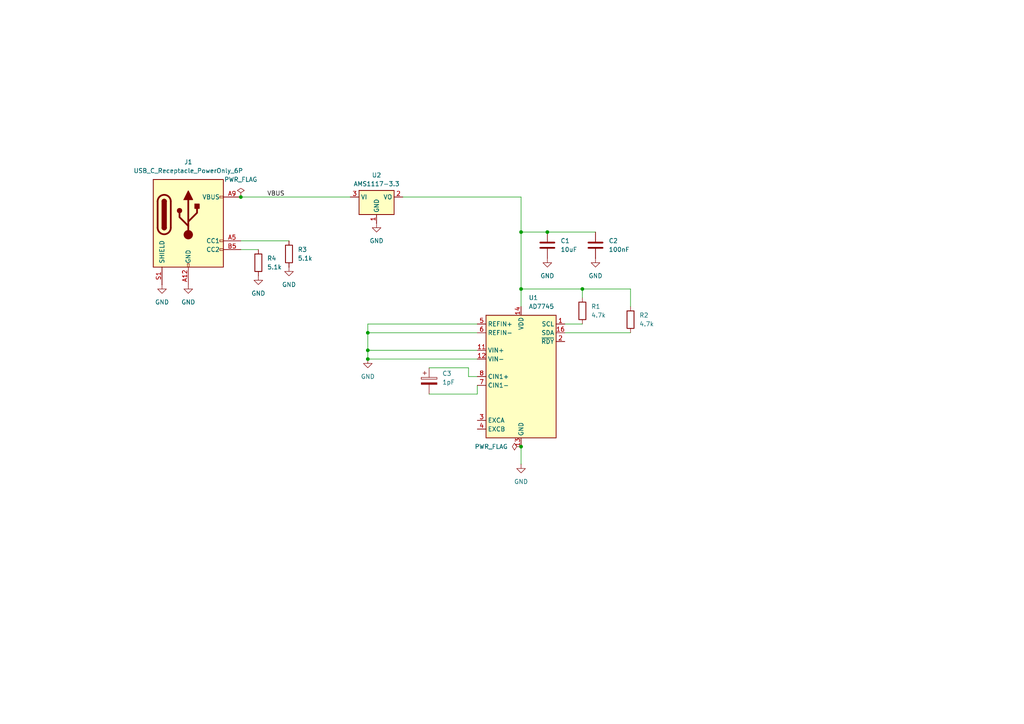
<source format=kicad_sch>
(kicad_sch
	(version 20231120)
	(generator "eeschema")
	(generator_version "8.0")
	(uuid "1873510a-ed93-426b-be10-77f750245258")
	(paper "A4")
	(lib_symbols
		(symbol "Analog_ADC:AD7745"
			(exclude_from_sim no)
			(in_bom yes)
			(on_board yes)
			(property "Reference" "U"
				(at -10.16 18.415 0)
				(effects
					(font
						(size 1.27 1.27)
					)
					(justify left bottom)
				)
			)
			(property "Value" "AD7745"
				(at 10.16 18.415 0)
				(effects
					(font
						(size 1.27 1.27)
					)
					(justify right bottom)
				)
			)
			(property "Footprint" "Package_SO:TSSOP-16_4.4x5mm_P0.65mm"
				(at 21.59 -19.05 0)
				(effects
					(font
						(size 1.27 1.27)
					)
					(hide yes)
				)
			)
			(property "Datasheet" "https://www.analog.com/media/en/technical-documentation/data-sheets/AD7745_7746.pdf"
				(at 0 0 0)
				(effects
					(font
						(size 1.27 1.27)
					)
					(hide yes)
				)
			)
			(property "Description" "24-bit capacitance-to-digital converter with temperature sensor, TSSOP-16"
				(at 0 0 0)
				(effects
					(font
						(size 1.27 1.27)
					)
					(hide yes)
				)
			)
			(property "ki_keywords" "adc cdc capacitance"
				(at 0 0 0)
				(effects
					(font
						(size 1.27 1.27)
					)
					(hide yes)
				)
			)
			(property "ki_fp_filters" "TSSOP*4.4x5mm*P0.65mm*"
				(at 0 0 0)
				(effects
					(font
						(size 1.27 1.27)
					)
					(hide yes)
				)
			)
			(symbol "AD7745_0_1"
				(rectangle
					(start -10.16 17.78)
					(end 10.16 -17.78)
					(stroke
						(width 0.254)
						(type default)
					)
					(fill
						(type background)
					)
				)
			)
			(symbol "AD7745_1_1"
				(pin input line
					(at 12.7 15.24 180)
					(length 2.54)
					(name "SCL"
						(effects
							(font
								(size 1.27 1.27)
							)
						)
					)
					(number "1"
						(effects
							(font
								(size 1.27 1.27)
							)
						)
					)
				)
				(pin no_connect line
					(at -10.16 -7.62 0)
					(length 2.54) hide
					(name "NC"
						(effects
							(font
								(size 1.27 1.27)
							)
						)
					)
					(number "10"
						(effects
							(font
								(size 1.27 1.27)
							)
						)
					)
				)
				(pin input line
					(at -12.7 7.62 0)
					(length 2.54)
					(name "VIN+"
						(effects
							(font
								(size 1.27 1.27)
							)
						)
					)
					(number "11"
						(effects
							(font
								(size 1.27 1.27)
							)
						)
					)
				)
				(pin input line
					(at -12.7 5.08 0)
					(length 2.54)
					(name "VIN-"
						(effects
							(font
								(size 1.27 1.27)
							)
						)
					)
					(number "12"
						(effects
							(font
								(size 1.27 1.27)
							)
						)
					)
				)
				(pin power_in line
					(at 0 -20.32 90)
					(length 2.54)
					(name "GND"
						(effects
							(font
								(size 1.27 1.27)
							)
						)
					)
					(number "13"
						(effects
							(font
								(size 1.27 1.27)
							)
						)
					)
				)
				(pin power_in line
					(at 0 20.32 270)
					(length 2.54)
					(name "VDD"
						(effects
							(font
								(size 1.27 1.27)
							)
						)
					)
					(number "14"
						(effects
							(font
								(size 1.27 1.27)
							)
						)
					)
				)
				(pin no_connect line
					(at 10.16 -15.24 180)
					(length 2.54) hide
					(name "NC"
						(effects
							(font
								(size 1.27 1.27)
							)
						)
					)
					(number "15"
						(effects
							(font
								(size 1.27 1.27)
							)
						)
					)
				)
				(pin bidirectional line
					(at 12.7 12.7 180)
					(length 2.54)
					(name "SDA"
						(effects
							(font
								(size 1.27 1.27)
							)
						)
					)
					(number "16"
						(effects
							(font
								(size 1.27 1.27)
							)
						)
					)
				)
				(pin output line
					(at 12.7 10.16 180)
					(length 2.54)
					(name "~{RDY}"
						(effects
							(font
								(size 1.27 1.27)
							)
						)
					)
					(number "2"
						(effects
							(font
								(size 1.27 1.27)
							)
						)
					)
				)
				(pin output line
					(at -12.7 -12.7 0)
					(length 2.54)
					(name "EXCA"
						(effects
							(font
								(size 1.27 1.27)
							)
						)
					)
					(number "3"
						(effects
							(font
								(size 1.27 1.27)
							)
						)
					)
				)
				(pin output line
					(at -12.7 -15.24 0)
					(length 2.54)
					(name "EXCB"
						(effects
							(font
								(size 1.27 1.27)
							)
						)
					)
					(number "4"
						(effects
							(font
								(size 1.27 1.27)
							)
						)
					)
				)
				(pin input line
					(at -12.7 15.24 0)
					(length 2.54)
					(name "REFIN+"
						(effects
							(font
								(size 1.27 1.27)
							)
						)
					)
					(number "5"
						(effects
							(font
								(size 1.27 1.27)
							)
						)
					)
				)
				(pin input line
					(at -12.7 12.7 0)
					(length 2.54)
					(name "REFIN-"
						(effects
							(font
								(size 1.27 1.27)
							)
						)
					)
					(number "6"
						(effects
							(font
								(size 1.27 1.27)
							)
						)
					)
				)
				(pin passive line
					(at -12.7 -2.54 0)
					(length 2.54)
					(name "CIN1-"
						(effects
							(font
								(size 1.27 1.27)
							)
						)
					)
					(number "7"
						(effects
							(font
								(size 1.27 1.27)
							)
						)
					)
				)
				(pin passive line
					(at -12.7 0 0)
					(length 2.54)
					(name "CIN1+"
						(effects
							(font
								(size 1.27 1.27)
							)
						)
					)
					(number "8"
						(effects
							(font
								(size 1.27 1.27)
							)
						)
					)
				)
				(pin no_connect line
					(at -10.16 -5.08 0)
					(length 2.54) hide
					(name "NC"
						(effects
							(font
								(size 1.27 1.27)
							)
						)
					)
					(number "9"
						(effects
							(font
								(size 1.27 1.27)
							)
						)
					)
				)
			)
		)
		(symbol "Connector:USB_C_Receptacle_PowerOnly_6P"
			(pin_names
				(offset 1.016)
			)
			(exclude_from_sim no)
			(in_bom yes)
			(on_board yes)
			(property "Reference" "J"
				(at 0 16.51 0)
				(effects
					(font
						(size 1.27 1.27)
					)
					(justify bottom)
				)
			)
			(property "Value" "USB_C_Receptacle_PowerOnly_6P"
				(at 0 13.97 0)
				(effects
					(font
						(size 1.27 1.27)
					)
					(justify bottom)
				)
			)
			(property "Footprint" ""
				(at 3.81 2.54 0)
				(effects
					(font
						(size 1.27 1.27)
					)
					(hide yes)
				)
			)
			(property "Datasheet" "https://www.usb.org/sites/default/files/documents/usb_type-c.zip"
				(at 0 0 0)
				(effects
					(font
						(size 1.27 1.27)
					)
					(hide yes)
				)
			)
			(property "Description" "USB Power-Only 6P Type-C Receptacle connector"
				(at 0 0 0)
				(effects
					(font
						(size 1.27 1.27)
					)
					(hide yes)
				)
			)
			(property "ki_keywords" "usb universal serial bus type-C power-only charging-only 6P 6C"
				(at 0 0 0)
				(effects
					(font
						(size 1.27 1.27)
					)
					(hide yes)
				)
			)
			(property "ki_fp_filters" "USB*C*Receptacle*"
				(at 0 0 0)
				(effects
					(font
						(size 1.27 1.27)
					)
					(hide yes)
				)
			)
			(symbol "USB_C_Receptacle_PowerOnly_6P_0_0"
				(rectangle
					(start -0.254 -12.7)
					(end 0.254 -11.684)
					(stroke
						(width 0)
						(type default)
					)
					(fill
						(type none)
					)
				)
				(rectangle
					(start 10.16 -7.366)
					(end 9.144 -7.874)
					(stroke
						(width 0)
						(type default)
					)
					(fill
						(type none)
					)
				)
				(rectangle
					(start 10.16 -4.826)
					(end 9.144 -5.334)
					(stroke
						(width 0)
						(type default)
					)
					(fill
						(type none)
					)
				)
				(rectangle
					(start 10.16 7.874)
					(end 9.144 7.366)
					(stroke
						(width 0)
						(type default)
					)
					(fill
						(type none)
					)
				)
			)
			(symbol "USB_C_Receptacle_PowerOnly_6P_0_1"
				(rectangle
					(start -10.16 12.7)
					(end 10.16 -12.7)
					(stroke
						(width 0.254)
						(type default)
					)
					(fill
						(type background)
					)
				)
				(arc
					(start -8.89 -1.27)
					(mid -6.985 -3.1667)
					(end -5.08 -1.27)
					(stroke
						(width 0.508)
						(type default)
					)
					(fill
						(type none)
					)
				)
				(arc
					(start -7.62 -1.27)
					(mid -6.985 -1.9023)
					(end -6.35 -1.27)
					(stroke
						(width 0.254)
						(type default)
					)
					(fill
						(type none)
					)
				)
				(arc
					(start -7.62 -1.27)
					(mid -6.985 -1.9023)
					(end -6.35 -1.27)
					(stroke
						(width 0.254)
						(type default)
					)
					(fill
						(type outline)
					)
				)
				(rectangle
					(start -7.62 -1.27)
					(end -6.35 6.35)
					(stroke
						(width 0.254)
						(type default)
					)
					(fill
						(type outline)
					)
				)
				(arc
					(start -6.35 6.35)
					(mid -6.985 6.9823)
					(end -7.62 6.35)
					(stroke
						(width 0.254)
						(type default)
					)
					(fill
						(type none)
					)
				)
				(arc
					(start -6.35 6.35)
					(mid -6.985 6.9823)
					(end -7.62 6.35)
					(stroke
						(width 0.254)
						(type default)
					)
					(fill
						(type outline)
					)
				)
				(arc
					(start -5.08 6.35)
					(mid -6.985 8.2467)
					(end -8.89 6.35)
					(stroke
						(width 0.508)
						(type default)
					)
					(fill
						(type none)
					)
				)
				(circle
					(center -2.54 3.683)
					(radius 0.635)
					(stroke
						(width 0.254)
						(type default)
					)
					(fill
						(type outline)
					)
				)
				(circle
					(center 0 -3.302)
					(radius 1.27)
					(stroke
						(width 0)
						(type default)
					)
					(fill
						(type outline)
					)
				)
				(polyline
					(pts
						(xy -8.89 -1.27) (xy -8.89 6.35)
					)
					(stroke
						(width 0.508)
						(type default)
					)
					(fill
						(type none)
					)
				)
				(polyline
					(pts
						(xy -5.08 6.35) (xy -5.08 -1.27)
					)
					(stroke
						(width 0.508)
						(type default)
					)
					(fill
						(type none)
					)
				)
				(polyline
					(pts
						(xy 0 -3.302) (xy 0 6.858)
					)
					(stroke
						(width 0.508)
						(type default)
					)
					(fill
						(type none)
					)
				)
				(polyline
					(pts
						(xy 0 -0.762) (xy -2.54 1.778) (xy -2.54 3.048)
					)
					(stroke
						(width 0.508)
						(type default)
					)
					(fill
						(type none)
					)
				)
				(polyline
					(pts
						(xy 0 0.508) (xy 2.54 3.048) (xy 2.54 4.318)
					)
					(stroke
						(width 0.508)
						(type default)
					)
					(fill
						(type none)
					)
				)
				(polyline
					(pts
						(xy -1.27 6.858) (xy 0 9.398) (xy 1.27 6.858) (xy -1.27 6.858)
					)
					(stroke
						(width 0.254)
						(type default)
					)
					(fill
						(type outline)
					)
				)
				(rectangle
					(start 1.905 4.318)
					(end 3.175 5.588)
					(stroke
						(width 0.254)
						(type default)
					)
					(fill
						(type outline)
					)
				)
			)
			(symbol "USB_C_Receptacle_PowerOnly_6P_1_1"
				(pin passive line
					(at 0 -17.78 90)
					(length 5.08)
					(name "GND"
						(effects
							(font
								(size 1.27 1.27)
							)
						)
					)
					(number "A12"
						(effects
							(font
								(size 1.27 1.27)
							)
						)
					)
				)
				(pin bidirectional line
					(at 15.24 -5.08 180)
					(length 5.08)
					(name "CC1"
						(effects
							(font
								(size 1.27 1.27)
							)
						)
					)
					(number "A5"
						(effects
							(font
								(size 1.27 1.27)
							)
						)
					)
				)
				(pin passive line
					(at 15.24 7.62 180)
					(length 5.08)
					(name "VBUS"
						(effects
							(font
								(size 1.27 1.27)
							)
						)
					)
					(number "A9"
						(effects
							(font
								(size 1.27 1.27)
							)
						)
					)
				)
				(pin passive line
					(at 0 -17.78 90)
					(length 5.08) hide
					(name "GND"
						(effects
							(font
								(size 1.27 1.27)
							)
						)
					)
					(number "B12"
						(effects
							(font
								(size 1.27 1.27)
							)
						)
					)
				)
				(pin bidirectional line
					(at 15.24 -7.62 180)
					(length 5.08)
					(name "CC2"
						(effects
							(font
								(size 1.27 1.27)
							)
						)
					)
					(number "B5"
						(effects
							(font
								(size 1.27 1.27)
							)
						)
					)
				)
				(pin passive line
					(at 15.24 7.62 180)
					(length 5.08) hide
					(name "VBUS"
						(effects
							(font
								(size 1.27 1.27)
							)
						)
					)
					(number "B9"
						(effects
							(font
								(size 1.27 1.27)
							)
						)
					)
				)
				(pin passive line
					(at -7.62 -17.78 90)
					(length 5.08)
					(name "SHIELD"
						(effects
							(font
								(size 1.27 1.27)
							)
						)
					)
					(number "S1"
						(effects
							(font
								(size 1.27 1.27)
							)
						)
					)
				)
			)
		)
		(symbol "Device:C"
			(pin_numbers hide)
			(pin_names
				(offset 0.254)
			)
			(exclude_from_sim no)
			(in_bom yes)
			(on_board yes)
			(property "Reference" "C"
				(at 0.635 2.54 0)
				(effects
					(font
						(size 1.27 1.27)
					)
					(justify left)
				)
			)
			(property "Value" "C"
				(at 0.635 -2.54 0)
				(effects
					(font
						(size 1.27 1.27)
					)
					(justify left)
				)
			)
			(property "Footprint" ""
				(at 0.9652 -3.81 0)
				(effects
					(font
						(size 1.27 1.27)
					)
					(hide yes)
				)
			)
			(property "Datasheet" "~"
				(at 0 0 0)
				(effects
					(font
						(size 1.27 1.27)
					)
					(hide yes)
				)
			)
			(property "Description" "Unpolarized capacitor"
				(at 0 0 0)
				(effects
					(font
						(size 1.27 1.27)
					)
					(hide yes)
				)
			)
			(property "ki_keywords" "cap capacitor"
				(at 0 0 0)
				(effects
					(font
						(size 1.27 1.27)
					)
					(hide yes)
				)
			)
			(property "ki_fp_filters" "C_*"
				(at 0 0 0)
				(effects
					(font
						(size 1.27 1.27)
					)
					(hide yes)
				)
			)
			(symbol "C_0_1"
				(polyline
					(pts
						(xy -2.032 -0.762) (xy 2.032 -0.762)
					)
					(stroke
						(width 0.508)
						(type default)
					)
					(fill
						(type none)
					)
				)
				(polyline
					(pts
						(xy -2.032 0.762) (xy 2.032 0.762)
					)
					(stroke
						(width 0.508)
						(type default)
					)
					(fill
						(type none)
					)
				)
			)
			(symbol "C_1_1"
				(pin passive line
					(at 0 3.81 270)
					(length 2.794)
					(name "~"
						(effects
							(font
								(size 1.27 1.27)
							)
						)
					)
					(number "1"
						(effects
							(font
								(size 1.27 1.27)
							)
						)
					)
				)
				(pin passive line
					(at 0 -3.81 90)
					(length 2.794)
					(name "~"
						(effects
							(font
								(size 1.27 1.27)
							)
						)
					)
					(number "2"
						(effects
							(font
								(size 1.27 1.27)
							)
						)
					)
				)
			)
		)
		(symbol "Device:C_Polarized"
			(pin_numbers hide)
			(pin_names
				(offset 0.254)
			)
			(exclude_from_sim no)
			(in_bom yes)
			(on_board yes)
			(property "Reference" "C"
				(at 0.635 2.54 0)
				(effects
					(font
						(size 1.27 1.27)
					)
					(justify left)
				)
			)
			(property "Value" "C_Polarized"
				(at 0.635 -2.54 0)
				(effects
					(font
						(size 1.27 1.27)
					)
					(justify left)
				)
			)
			(property "Footprint" ""
				(at 0.9652 -3.81 0)
				(effects
					(font
						(size 1.27 1.27)
					)
					(hide yes)
				)
			)
			(property "Datasheet" "~"
				(at 0 0 0)
				(effects
					(font
						(size 1.27 1.27)
					)
					(hide yes)
				)
			)
			(property "Description" "Polarized capacitor"
				(at 0 0 0)
				(effects
					(font
						(size 1.27 1.27)
					)
					(hide yes)
				)
			)
			(property "ki_keywords" "cap capacitor"
				(at 0 0 0)
				(effects
					(font
						(size 1.27 1.27)
					)
					(hide yes)
				)
			)
			(property "ki_fp_filters" "CP_*"
				(at 0 0 0)
				(effects
					(font
						(size 1.27 1.27)
					)
					(hide yes)
				)
			)
			(symbol "C_Polarized_0_1"
				(rectangle
					(start -2.286 0.508)
					(end 2.286 1.016)
					(stroke
						(width 0)
						(type default)
					)
					(fill
						(type none)
					)
				)
				(polyline
					(pts
						(xy -1.778 2.286) (xy -0.762 2.286)
					)
					(stroke
						(width 0)
						(type default)
					)
					(fill
						(type none)
					)
				)
				(polyline
					(pts
						(xy -1.27 2.794) (xy -1.27 1.778)
					)
					(stroke
						(width 0)
						(type default)
					)
					(fill
						(type none)
					)
				)
				(rectangle
					(start 2.286 -0.508)
					(end -2.286 -1.016)
					(stroke
						(width 0)
						(type default)
					)
					(fill
						(type outline)
					)
				)
			)
			(symbol "C_Polarized_1_1"
				(pin passive line
					(at 0 3.81 270)
					(length 2.794)
					(name "~"
						(effects
							(font
								(size 1.27 1.27)
							)
						)
					)
					(number "1"
						(effects
							(font
								(size 1.27 1.27)
							)
						)
					)
				)
				(pin passive line
					(at 0 -3.81 90)
					(length 2.794)
					(name "~"
						(effects
							(font
								(size 1.27 1.27)
							)
						)
					)
					(number "2"
						(effects
							(font
								(size 1.27 1.27)
							)
						)
					)
				)
			)
		)
		(symbol "Device:R"
			(pin_numbers hide)
			(pin_names
				(offset 0)
			)
			(exclude_from_sim no)
			(in_bom yes)
			(on_board yes)
			(property "Reference" "R"
				(at 2.032 0 90)
				(effects
					(font
						(size 1.27 1.27)
					)
				)
			)
			(property "Value" "R"
				(at 0 0 90)
				(effects
					(font
						(size 1.27 1.27)
					)
				)
			)
			(property "Footprint" ""
				(at -1.778 0 90)
				(effects
					(font
						(size 1.27 1.27)
					)
					(hide yes)
				)
			)
			(property "Datasheet" "~"
				(at 0 0 0)
				(effects
					(font
						(size 1.27 1.27)
					)
					(hide yes)
				)
			)
			(property "Description" "Resistor"
				(at 0 0 0)
				(effects
					(font
						(size 1.27 1.27)
					)
					(hide yes)
				)
			)
			(property "ki_keywords" "R res resistor"
				(at 0 0 0)
				(effects
					(font
						(size 1.27 1.27)
					)
					(hide yes)
				)
			)
			(property "ki_fp_filters" "R_*"
				(at 0 0 0)
				(effects
					(font
						(size 1.27 1.27)
					)
					(hide yes)
				)
			)
			(symbol "R_0_1"
				(rectangle
					(start -1.016 -2.54)
					(end 1.016 2.54)
					(stroke
						(width 0.254)
						(type default)
					)
					(fill
						(type none)
					)
				)
			)
			(symbol "R_1_1"
				(pin passive line
					(at 0 3.81 270)
					(length 1.27)
					(name "~"
						(effects
							(font
								(size 1.27 1.27)
							)
						)
					)
					(number "1"
						(effects
							(font
								(size 1.27 1.27)
							)
						)
					)
				)
				(pin passive line
					(at 0 -3.81 90)
					(length 1.27)
					(name "~"
						(effects
							(font
								(size 1.27 1.27)
							)
						)
					)
					(number "2"
						(effects
							(font
								(size 1.27 1.27)
							)
						)
					)
				)
			)
		)
		(symbol "Regulator_Linear:AMS1117-3.3"
			(exclude_from_sim no)
			(in_bom yes)
			(on_board yes)
			(property "Reference" "U"
				(at -3.81 3.175 0)
				(effects
					(font
						(size 1.27 1.27)
					)
				)
			)
			(property "Value" "AMS1117-3.3"
				(at 0 3.175 0)
				(effects
					(font
						(size 1.27 1.27)
					)
					(justify left)
				)
			)
			(property "Footprint" "Package_TO_SOT_SMD:SOT-223-3_TabPin2"
				(at 0 5.08 0)
				(effects
					(font
						(size 1.27 1.27)
					)
					(hide yes)
				)
			)
			(property "Datasheet" "http://www.advanced-monolithic.com/pdf/ds1117.pdf"
				(at 2.54 -6.35 0)
				(effects
					(font
						(size 1.27 1.27)
					)
					(hide yes)
				)
			)
			(property "Description" "1A Low Dropout regulator, positive, 3.3V fixed output, SOT-223"
				(at 0 0 0)
				(effects
					(font
						(size 1.27 1.27)
					)
					(hide yes)
				)
			)
			(property "ki_keywords" "linear regulator ldo fixed positive"
				(at 0 0 0)
				(effects
					(font
						(size 1.27 1.27)
					)
					(hide yes)
				)
			)
			(property "ki_fp_filters" "SOT?223*TabPin2*"
				(at 0 0 0)
				(effects
					(font
						(size 1.27 1.27)
					)
					(hide yes)
				)
			)
			(symbol "AMS1117-3.3_0_1"
				(rectangle
					(start -5.08 -5.08)
					(end 5.08 1.905)
					(stroke
						(width 0.254)
						(type default)
					)
					(fill
						(type background)
					)
				)
			)
			(symbol "AMS1117-3.3_1_1"
				(pin power_in line
					(at 0 -7.62 90)
					(length 2.54)
					(name "GND"
						(effects
							(font
								(size 1.27 1.27)
							)
						)
					)
					(number "1"
						(effects
							(font
								(size 1.27 1.27)
							)
						)
					)
				)
				(pin power_out line
					(at 7.62 0 180)
					(length 2.54)
					(name "VO"
						(effects
							(font
								(size 1.27 1.27)
							)
						)
					)
					(number "2"
						(effects
							(font
								(size 1.27 1.27)
							)
						)
					)
				)
				(pin power_in line
					(at -7.62 0 0)
					(length 2.54)
					(name "VI"
						(effects
							(font
								(size 1.27 1.27)
							)
						)
					)
					(number "3"
						(effects
							(font
								(size 1.27 1.27)
							)
						)
					)
				)
			)
		)
		(symbol "power:GND"
			(power)
			(pin_numbers hide)
			(pin_names
				(offset 0) hide)
			(exclude_from_sim no)
			(in_bom yes)
			(on_board yes)
			(property "Reference" "#PWR"
				(at 0 -6.35 0)
				(effects
					(font
						(size 1.27 1.27)
					)
					(hide yes)
				)
			)
			(property "Value" "GND"
				(at 0 -3.81 0)
				(effects
					(font
						(size 1.27 1.27)
					)
				)
			)
			(property "Footprint" ""
				(at 0 0 0)
				(effects
					(font
						(size 1.27 1.27)
					)
					(hide yes)
				)
			)
			(property "Datasheet" ""
				(at 0 0 0)
				(effects
					(font
						(size 1.27 1.27)
					)
					(hide yes)
				)
			)
			(property "Description" "Power symbol creates a global label with name \"GND\" , ground"
				(at 0 0 0)
				(effects
					(font
						(size 1.27 1.27)
					)
					(hide yes)
				)
			)
			(property "ki_keywords" "global power"
				(at 0 0 0)
				(effects
					(font
						(size 1.27 1.27)
					)
					(hide yes)
				)
			)
			(symbol "GND_0_1"
				(polyline
					(pts
						(xy 0 0) (xy 0 -1.27) (xy 1.27 -1.27) (xy 0 -2.54) (xy -1.27 -1.27) (xy 0 -1.27)
					)
					(stroke
						(width 0)
						(type default)
					)
					(fill
						(type none)
					)
				)
			)
			(symbol "GND_1_1"
				(pin power_in line
					(at 0 0 270)
					(length 0)
					(name "~"
						(effects
							(font
								(size 1.27 1.27)
							)
						)
					)
					(number "1"
						(effects
							(font
								(size 1.27 1.27)
							)
						)
					)
				)
			)
		)
		(symbol "power:PWR_FLAG"
			(power)
			(pin_numbers hide)
			(pin_names
				(offset 0) hide)
			(exclude_from_sim no)
			(in_bom yes)
			(on_board yes)
			(property "Reference" "#FLG"
				(at 0 1.905 0)
				(effects
					(font
						(size 1.27 1.27)
					)
					(hide yes)
				)
			)
			(property "Value" "PWR_FLAG"
				(at 0 3.81 0)
				(effects
					(font
						(size 1.27 1.27)
					)
				)
			)
			(property "Footprint" ""
				(at 0 0 0)
				(effects
					(font
						(size 1.27 1.27)
					)
					(hide yes)
				)
			)
			(property "Datasheet" "~"
				(at 0 0 0)
				(effects
					(font
						(size 1.27 1.27)
					)
					(hide yes)
				)
			)
			(property "Description" "Special symbol for telling ERC where power comes from"
				(at 0 0 0)
				(effects
					(font
						(size 1.27 1.27)
					)
					(hide yes)
				)
			)
			(property "ki_keywords" "flag power"
				(at 0 0 0)
				(effects
					(font
						(size 1.27 1.27)
					)
					(hide yes)
				)
			)
			(symbol "PWR_FLAG_0_0"
				(pin power_out line
					(at 0 0 90)
					(length 0)
					(name "~"
						(effects
							(font
								(size 1.27 1.27)
							)
						)
					)
					(number "1"
						(effects
							(font
								(size 1.27 1.27)
							)
						)
					)
				)
			)
			(symbol "PWR_FLAG_0_1"
				(polyline
					(pts
						(xy 0 0) (xy 0 1.27) (xy -1.016 1.905) (xy 0 2.54) (xy 1.016 1.905) (xy 0 1.27)
					)
					(stroke
						(width 0)
						(type default)
					)
					(fill
						(type none)
					)
				)
			)
		)
	)
	(junction
		(at 106.68 104.14)
		(diameter 0)
		(color 0 0 0 0)
		(uuid "0507876b-416b-4dc3-9c06-01f4d0d12df5")
	)
	(junction
		(at 69.85 57.15)
		(diameter 0)
		(color 0 0 0 0)
		(uuid "2265bf47-86d1-48a0-a9ff-684244556c93")
	)
	(junction
		(at 151.13 129.54)
		(diameter 0)
		(color 0 0 0 0)
		(uuid "46dbdc1f-6295-4973-82e8-99499cea9cf4")
	)
	(junction
		(at 106.68 96.52)
		(diameter 0)
		(color 0 0 0 0)
		(uuid "66031d25-e7f6-4ef2-9bcb-12285a554880")
	)
	(junction
		(at 168.91 83.82)
		(diameter 0)
		(color 0 0 0 0)
		(uuid "9949887b-f541-4c5c-8eca-0558996e4b11")
	)
	(junction
		(at 158.75 67.31)
		(diameter 0)
		(color 0 0 0 0)
		(uuid "99f05d2a-da5b-4d76-897f-6a0118439fb0")
	)
	(junction
		(at 151.13 67.31)
		(diameter 0)
		(color 0 0 0 0)
		(uuid "c0083526-44d2-4a69-bbf9-2e857f105efc")
	)
	(junction
		(at 106.68 101.6)
		(diameter 0)
		(color 0 0 0 0)
		(uuid "e0d81864-fbb5-4656-90c2-62605c389525")
	)
	(junction
		(at 151.13 83.82)
		(diameter 0)
		(color 0 0 0 0)
		(uuid "f98c0cde-97db-41f2-9cbb-ae74b5ab3d0c")
	)
	(wire
		(pts
			(xy 182.88 83.82) (xy 168.91 83.82)
		)
		(stroke
			(width 0)
			(type default)
		)
		(uuid "14b8207a-999b-4eda-92a3-73f3564ebe0e")
	)
	(wire
		(pts
			(xy 106.68 101.6) (xy 106.68 104.14)
		)
		(stroke
			(width 0)
			(type default)
		)
		(uuid "1da36ca8-4704-484a-b3ab-7651c1d2cff8")
	)
	(wire
		(pts
			(xy 151.13 134.62) (xy 151.13 129.54)
		)
		(stroke
			(width 0)
			(type default)
		)
		(uuid "3474bb9b-8c72-46e3-838a-11435ede5eae")
	)
	(wire
		(pts
			(xy 69.85 72.39) (xy 74.93 72.39)
		)
		(stroke
			(width 0)
			(type default)
		)
		(uuid "4002c7aa-a606-4abb-b7b6-e19a77d6c243")
	)
	(wire
		(pts
			(xy 182.88 88.9) (xy 182.88 83.82)
		)
		(stroke
			(width 0)
			(type default)
		)
		(uuid "4f5d487a-cd56-4fbc-a5b2-35b4089fd528")
	)
	(wire
		(pts
			(xy 151.13 67.31) (xy 151.13 83.82)
		)
		(stroke
			(width 0)
			(type default)
		)
		(uuid "55fe7704-b79d-42a5-946e-40febba11118")
	)
	(wire
		(pts
			(xy 135.89 106.68) (xy 135.89 109.22)
		)
		(stroke
			(width 0)
			(type default)
		)
		(uuid "5f57826f-32f7-4b04-8f0b-b558fc01a889")
	)
	(wire
		(pts
			(xy 151.13 57.15) (xy 151.13 67.31)
		)
		(stroke
			(width 0)
			(type default)
		)
		(uuid "6e11204c-a66d-45f7-87d1-ee3ba557154a")
	)
	(wire
		(pts
			(xy 151.13 83.82) (xy 151.13 88.9)
		)
		(stroke
			(width 0)
			(type default)
		)
		(uuid "800dd6f0-0bd9-44b4-8258-5e466b4f6513")
	)
	(wire
		(pts
			(xy 116.84 57.15) (xy 151.13 57.15)
		)
		(stroke
			(width 0)
			(type default)
		)
		(uuid "852d4149-1d1d-4426-9b0c-fe0a4934cdd7")
	)
	(wire
		(pts
			(xy 151.13 67.31) (xy 158.75 67.31)
		)
		(stroke
			(width 0)
			(type default)
		)
		(uuid "87f09ebf-f914-40ff-ad83-c1ed36468718")
	)
	(wire
		(pts
			(xy 163.83 93.98) (xy 168.91 93.98)
		)
		(stroke
			(width 0)
			(type default)
		)
		(uuid "a12efa8e-a05a-4d49-87de-127be4c303fe")
	)
	(wire
		(pts
			(xy 163.83 96.52) (xy 182.88 96.52)
		)
		(stroke
			(width 0)
			(type default)
		)
		(uuid "a6e14a6f-6c44-43dd-aecf-29c2aa4aed79")
	)
	(wire
		(pts
			(xy 135.89 106.68) (xy 124.46 106.68)
		)
		(stroke
			(width 0)
			(type default)
		)
		(uuid "aefed57e-c527-45c4-aa50-57d42db4f2ee")
	)
	(wire
		(pts
			(xy 168.91 83.82) (xy 151.13 83.82)
		)
		(stroke
			(width 0)
			(type default)
		)
		(uuid "b31a4cb3-72c6-401f-bd69-21961c2066ed")
	)
	(wire
		(pts
			(xy 69.85 57.15) (xy 101.6 57.15)
		)
		(stroke
			(width 0)
			(type default)
		)
		(uuid "b43bed9a-cee9-4dbd-9184-d101003c7183")
	)
	(wire
		(pts
			(xy 106.68 96.52) (xy 138.43 96.52)
		)
		(stroke
			(width 0)
			(type default)
		)
		(uuid "bce88bf8-5988-4fa9-9879-eee7b8c1f52b")
	)
	(wire
		(pts
			(xy 168.91 86.36) (xy 168.91 83.82)
		)
		(stroke
			(width 0)
			(type default)
		)
		(uuid "cf4597a6-c1a8-4058-9331-1afff3e95ff0")
	)
	(wire
		(pts
			(xy 106.68 93.98) (xy 106.68 96.52)
		)
		(stroke
			(width 0)
			(type default)
		)
		(uuid "d49c0d7d-e979-4a78-bd62-5ed14b136263")
	)
	(wire
		(pts
			(xy 158.75 67.31) (xy 172.72 67.31)
		)
		(stroke
			(width 0)
			(type default)
		)
		(uuid "d705479f-e653-471d-a345-e0e992e1c471")
	)
	(wire
		(pts
			(xy 138.43 109.22) (xy 135.89 109.22)
		)
		(stroke
			(width 0)
			(type default)
		)
		(uuid "e7c0984e-fde8-4db2-ba2a-627fcbced4d8")
	)
	(wire
		(pts
			(xy 124.46 114.3) (xy 138.43 114.3)
		)
		(stroke
			(width 0)
			(type default)
		)
		(uuid "ed9a09b6-8bbe-4811-9e25-689b1d40ad78")
	)
	(wire
		(pts
			(xy 138.43 114.3) (xy 138.43 111.76)
		)
		(stroke
			(width 0)
			(type default)
		)
		(uuid "f0fca085-86fd-4df1-930b-41c85721668a")
	)
	(wire
		(pts
			(xy 106.68 104.14) (xy 138.43 104.14)
		)
		(stroke
			(width 0)
			(type default)
		)
		(uuid "f2b083ed-bb06-4d52-ad68-a254eb1af787")
	)
	(wire
		(pts
			(xy 106.68 96.52) (xy 106.68 101.6)
		)
		(stroke
			(width 0)
			(type default)
		)
		(uuid "f65eec69-1a6f-4247-b691-f04a7f8d91c6")
	)
	(wire
		(pts
			(xy 83.82 69.85) (xy 69.85 69.85)
		)
		(stroke
			(width 0)
			(type default)
		)
		(uuid "f8c460c2-a986-4d4d-8644-0aed080b3364")
	)
	(wire
		(pts
			(xy 138.43 93.98) (xy 106.68 93.98)
		)
		(stroke
			(width 0)
			(type default)
		)
		(uuid "fac66615-e1e5-4982-aacc-eb812fabd428")
	)
	(wire
		(pts
			(xy 138.43 101.6) (xy 106.68 101.6)
		)
		(stroke
			(width 0)
			(type default)
		)
		(uuid "ff976eba-7cdc-4ee4-8aea-6d72f71b3aa1")
	)
	(label "VBUS"
		(at 77.47 57.15 0)
		(fields_autoplaced yes)
		(effects
			(font
				(size 1.27 1.27)
			)
			(justify left bottom)
		)
		(uuid "efff3edb-4fde-4fde-90f5-fba5ae36abe2")
	)
	(symbol
		(lib_id "power:PWR_FLAG")
		(at 151.13 129.54 90)
		(unit 1)
		(exclude_from_sim no)
		(in_bom yes)
		(on_board yes)
		(dnp no)
		(fields_autoplaced yes)
		(uuid "0449cb67-7adf-4e1d-b260-687a300b4ef9")
		(property "Reference" "#FLG02"
			(at 149.225 129.54 0)
			(effects
				(font
					(size 1.27 1.27)
				)
				(hide yes)
			)
		)
		(property "Value" "PWR_FLAG"
			(at 147.32 129.5399 90)
			(effects
				(font
					(size 1.27 1.27)
				)
				(justify left)
			)
		)
		(property "Footprint" ""
			(at 151.13 129.54 0)
			(effects
				(font
					(size 1.27 1.27)
				)
				(hide yes)
			)
		)
		(property "Datasheet" "~"
			(at 151.13 129.54 0)
			(effects
				(font
					(size 1.27 1.27)
				)
				(hide yes)
			)
		)
		(property "Description" "Special symbol for telling ERC where power comes from"
			(at 151.13 129.54 0)
			(effects
				(font
					(size 1.27 1.27)
				)
				(hide yes)
			)
		)
		(pin "1"
			(uuid "b81d9b00-8613-4e4b-9836-b13c29a34ced")
		)
		(instances
			(project ""
				(path "/1873510a-ed93-426b-be10-77f750245258"
					(reference "#FLG02")
					(unit 1)
				)
			)
		)
	)
	(symbol
		(lib_id "power:GND")
		(at 109.22 64.77 0)
		(unit 1)
		(exclude_from_sim no)
		(in_bom yes)
		(on_board yes)
		(dnp no)
		(fields_autoplaced yes)
		(uuid "076b31e7-5bf6-4a76-ba45-8d7c15a5afc6")
		(property "Reference" "#PWR03"
			(at 109.22 71.12 0)
			(effects
				(font
					(size 1.27 1.27)
				)
				(hide yes)
			)
		)
		(property "Value" "GND"
			(at 109.22 69.85 0)
			(effects
				(font
					(size 1.27 1.27)
				)
			)
		)
		(property "Footprint" ""
			(at 109.22 64.77 0)
			(effects
				(font
					(size 1.27 1.27)
				)
				(hide yes)
			)
		)
		(property "Datasheet" ""
			(at 109.22 64.77 0)
			(effects
				(font
					(size 1.27 1.27)
				)
				(hide yes)
			)
		)
		(property "Description" "Power symbol creates a global label with name \"GND\" , ground"
			(at 109.22 64.77 0)
			(effects
				(font
					(size 1.27 1.27)
				)
				(hide yes)
			)
		)
		(pin "1"
			(uuid "2c222996-fd33-487d-a647-a94674160dfd")
		)
		(instances
			(project ""
				(path "/1873510a-ed93-426b-be10-77f750245258"
					(reference "#PWR03")
					(unit 1)
				)
			)
		)
	)
	(symbol
		(lib_id "Device:C_Polarized")
		(at 124.46 110.49 0)
		(unit 1)
		(exclude_from_sim no)
		(in_bom yes)
		(on_board yes)
		(dnp no)
		(fields_autoplaced yes)
		(uuid "12fd7c1c-a710-4465-95bb-937b39afb7f1")
		(property "Reference" "C3"
			(at 128.27 108.3309 0)
			(effects
				(font
					(size 1.27 1.27)
				)
				(justify left)
			)
		)
		(property "Value" "1pF"
			(at 128.27 110.8709 0)
			(effects
				(font
					(size 1.27 1.27)
				)
				(justify left)
			)
		)
		(property "Footprint" "Capacitor_SMD:C_1206_3216Metric"
			(at 125.4252 114.3 0)
			(effects
				(font
					(size 1.27 1.27)
				)
				(hide yes)
			)
		)
		(property "Datasheet" "~"
			(at 124.46 110.49 0)
			(effects
				(font
					(size 1.27 1.27)
				)
				(hide yes)
			)
		)
		(property "Description" "Polarized capacitor"
			(at 124.46 110.49 0)
			(effects
				(font
					(size 1.27 1.27)
				)
				(hide yes)
			)
		)
		(pin "2"
			(uuid "1c6f2cd0-dc45-49e3-9ba3-640e3fc2b59a")
		)
		(pin "1"
			(uuid "7b8da8e1-b9f4-4fdd-ba96-ab893b493440")
		)
		(instances
			(project ""
				(path "/1873510a-ed93-426b-be10-77f750245258"
					(reference "C3")
					(unit 1)
				)
			)
		)
	)
	(symbol
		(lib_id "Device:R")
		(at 83.82 73.66 0)
		(unit 1)
		(exclude_from_sim no)
		(in_bom yes)
		(on_board yes)
		(dnp no)
		(fields_autoplaced yes)
		(uuid "1f8220d3-1f4e-44d5-88be-0a16aa415a6e")
		(property "Reference" "R3"
			(at 86.36 72.3899 0)
			(effects
				(font
					(size 1.27 1.27)
				)
				(justify left)
			)
		)
		(property "Value" "5.1k"
			(at 86.36 74.9299 0)
			(effects
				(font
					(size 1.27 1.27)
				)
				(justify left)
			)
		)
		(property "Footprint" "Resistor_SMD:R_0603_1608Metric"
			(at 82.042 73.66 90)
			(effects
				(font
					(size 1.27 1.27)
				)
				(hide yes)
			)
		)
		(property "Datasheet" "~"
			(at 83.82 73.66 0)
			(effects
				(font
					(size 1.27 1.27)
				)
				(hide yes)
			)
		)
		(property "Description" "Resistor"
			(at 83.82 73.66 0)
			(effects
				(font
					(size 1.27 1.27)
				)
				(hide yes)
			)
		)
		(pin "2"
			(uuid "34769e63-cc3e-42e7-818e-1b36adb04bd3")
		)
		(pin "1"
			(uuid "5f22270d-7c99-44a7-bcce-52df2a955cc0")
		)
		(instances
			(project ""
				(path "/1873510a-ed93-426b-be10-77f750245258"
					(reference "R3")
					(unit 1)
				)
			)
		)
	)
	(symbol
		(lib_id "Device:R")
		(at 74.93 76.2 0)
		(unit 1)
		(exclude_from_sim no)
		(in_bom yes)
		(on_board yes)
		(dnp no)
		(fields_autoplaced yes)
		(uuid "30552e71-894b-41fa-bca1-dace91547415")
		(property "Reference" "R4"
			(at 77.47 74.9299 0)
			(effects
				(font
					(size 1.27 1.27)
				)
				(justify left)
			)
		)
		(property "Value" "5.1k"
			(at 77.47 77.4699 0)
			(effects
				(font
					(size 1.27 1.27)
				)
				(justify left)
			)
		)
		(property "Footprint" "Resistor_SMD:R_0603_1608Metric"
			(at 73.152 76.2 90)
			(effects
				(font
					(size 1.27 1.27)
				)
				(hide yes)
			)
		)
		(property "Datasheet" "~"
			(at 74.93 76.2 0)
			(effects
				(font
					(size 1.27 1.27)
				)
				(hide yes)
			)
		)
		(property "Description" "Resistor"
			(at 74.93 76.2 0)
			(effects
				(font
					(size 1.27 1.27)
				)
				(hide yes)
			)
		)
		(pin "2"
			(uuid "4e4968e6-3efb-4c52-9a88-860bc3565e32")
		)
		(pin "1"
			(uuid "3ecf0285-0601-4b99-8adb-d2e8827e7598")
		)
		(instances
			(project "electronica_sensing_liquid"
				(path "/1873510a-ed93-426b-be10-77f750245258"
					(reference "R4")
					(unit 1)
				)
			)
		)
	)
	(symbol
		(lib_id "Connector:USB_C_Receptacle_PowerOnly_6P")
		(at 54.61 64.77 0)
		(unit 1)
		(exclude_from_sim no)
		(in_bom yes)
		(on_board yes)
		(dnp no)
		(fields_autoplaced yes)
		(uuid "47be0f88-1566-4b11-a507-5c76bc4d7f82")
		(property "Reference" "J1"
			(at 54.61 46.99 0)
			(effects
				(font
					(size 1.27 1.27)
				)
			)
		)
		(property "Value" "USB_C_Receptacle_PowerOnly_6P"
			(at 54.61 49.53 0)
			(effects
				(font
					(size 1.27 1.27)
				)
			)
		)
		(property "Footprint" "Connector_USB:USB_C_Receptacle_GCT_USB4125-xx-x-0190_6P_TopMnt_Horizontal"
			(at 58.42 62.23 0)
			(effects
				(font
					(size 1.27 1.27)
				)
				(hide yes)
			)
		)
		(property "Datasheet" "https://www.usb.org/sites/default/files/documents/usb_type-c.zip"
			(at 54.61 64.77 0)
			(effects
				(font
					(size 1.27 1.27)
				)
				(hide yes)
			)
		)
		(property "Description" "USB Power-Only 6P Type-C Receptacle connector"
			(at 54.61 64.77 0)
			(effects
				(font
					(size 1.27 1.27)
				)
				(hide yes)
			)
		)
		(pin "B9"
			(uuid "4bab36f5-6fa0-4cc1-8db5-3ff7daeb3dd0")
		)
		(pin "A5"
			(uuid "4dbe2fa7-d532-4f3d-b96d-95ff0eab972c")
		)
		(pin "S1"
			(uuid "947748ca-41bc-4386-bc46-aa25b2c5e73c")
		)
		(pin "B5"
			(uuid "1475845e-f038-4810-a71b-c1945e70fdbf")
		)
		(pin "A9"
			(uuid "fb20ba46-6775-4990-ad3b-1f31198e6f9b")
		)
		(pin "B12"
			(uuid "6834f732-0524-4430-a6a4-3240b11dd5b3")
		)
		(pin "A12"
			(uuid "c49cedc0-e3b9-4301-9541-fdab4f6291b2")
		)
		(instances
			(project ""
				(path "/1873510a-ed93-426b-be10-77f750245258"
					(reference "J1")
					(unit 1)
				)
			)
		)
	)
	(symbol
		(lib_id "power:GND")
		(at 83.82 77.47 0)
		(unit 1)
		(exclude_from_sim no)
		(in_bom yes)
		(on_board yes)
		(dnp no)
		(fields_autoplaced yes)
		(uuid "4a82b94c-5e7b-4ce3-a8aa-d1044fbe07f4")
		(property "Reference" "#PWR07"
			(at 83.82 83.82 0)
			(effects
				(font
					(size 1.27 1.27)
				)
				(hide yes)
			)
		)
		(property "Value" "GND"
			(at 83.82 82.55 0)
			(effects
				(font
					(size 1.27 1.27)
				)
			)
		)
		(property "Footprint" ""
			(at 83.82 77.47 0)
			(effects
				(font
					(size 1.27 1.27)
				)
				(hide yes)
			)
		)
		(property "Datasheet" ""
			(at 83.82 77.47 0)
			(effects
				(font
					(size 1.27 1.27)
				)
				(hide yes)
			)
		)
		(property "Description" "Power symbol creates a global label with name \"GND\" , ground"
			(at 83.82 77.47 0)
			(effects
				(font
					(size 1.27 1.27)
				)
				(hide yes)
			)
		)
		(pin "1"
			(uuid "fcceeb15-a58a-4cce-83c1-fa01259e6573")
		)
		(instances
			(project "electronica_sensing_liquid"
				(path "/1873510a-ed93-426b-be10-77f750245258"
					(reference "#PWR07")
					(unit 1)
				)
			)
		)
	)
	(symbol
		(lib_id "power:PWR_FLAG")
		(at 69.85 57.15 0)
		(unit 1)
		(exclude_from_sim no)
		(in_bom yes)
		(on_board yes)
		(dnp no)
		(fields_autoplaced yes)
		(uuid "4c67f27c-146c-4209-8cb1-03d0372844eb")
		(property "Reference" "#FLG01"
			(at 69.85 55.245 0)
			(effects
				(font
					(size 1.27 1.27)
				)
				(hide yes)
			)
		)
		(property "Value" "PWR_FLAG"
			(at 69.85 52.07 0)
			(effects
				(font
					(size 1.27 1.27)
				)
			)
		)
		(property "Footprint" ""
			(at 69.85 57.15 0)
			(effects
				(font
					(size 1.27 1.27)
				)
				(hide yes)
			)
		)
		(property "Datasheet" "~"
			(at 69.85 57.15 0)
			(effects
				(font
					(size 1.27 1.27)
				)
				(hide yes)
			)
		)
		(property "Description" "Special symbol for telling ERC where power comes from"
			(at 69.85 57.15 0)
			(effects
				(font
					(size 1.27 1.27)
				)
				(hide yes)
			)
		)
		(pin "1"
			(uuid "d4f74459-0e0d-442a-8a57-66b139ffe510")
		)
		(instances
			(project ""
				(path "/1873510a-ed93-426b-be10-77f750245258"
					(reference "#FLG01")
					(unit 1)
				)
			)
		)
	)
	(symbol
		(lib_id "power:GND")
		(at 172.72 74.93 0)
		(unit 1)
		(exclude_from_sim no)
		(in_bom yes)
		(on_board yes)
		(dnp no)
		(fields_autoplaced yes)
		(uuid "55ae9d13-4f98-47b4-9ef1-36a84b88faf5")
		(property "Reference" "#PWR05"
			(at 172.72 81.28 0)
			(effects
				(font
					(size 1.27 1.27)
				)
				(hide yes)
			)
		)
		(property "Value" "GND"
			(at 172.72 80.01 0)
			(effects
				(font
					(size 1.27 1.27)
				)
			)
		)
		(property "Footprint" ""
			(at 172.72 74.93 0)
			(effects
				(font
					(size 1.27 1.27)
				)
				(hide yes)
			)
		)
		(property "Datasheet" ""
			(at 172.72 74.93 0)
			(effects
				(font
					(size 1.27 1.27)
				)
				(hide yes)
			)
		)
		(property "Description" "Power symbol creates a global label with name \"GND\" , ground"
			(at 172.72 74.93 0)
			(effects
				(font
					(size 1.27 1.27)
				)
				(hide yes)
			)
		)
		(pin "1"
			(uuid "8cdb3db9-3274-42eb-aea3-3f31e845732b")
		)
		(instances
			(project "electronica_sensing_liquid"
				(path "/1873510a-ed93-426b-be10-77f750245258"
					(reference "#PWR05")
					(unit 1)
				)
			)
		)
	)
	(symbol
		(lib_id "Device:C")
		(at 172.72 71.12 0)
		(unit 1)
		(exclude_from_sim no)
		(in_bom yes)
		(on_board yes)
		(dnp no)
		(fields_autoplaced yes)
		(uuid "8225f641-f1fb-47aa-bd87-19cb32a2c401")
		(property "Reference" "C2"
			(at 176.53 69.8499 0)
			(effects
				(font
					(size 1.27 1.27)
				)
				(justify left)
			)
		)
		(property "Value" "100nF"
			(at 176.53 72.3899 0)
			(effects
				(font
					(size 1.27 1.27)
				)
				(justify left)
			)
		)
		(property "Footprint" "Capacitor_SMD:C_0603_1608Metric"
			(at 173.6852 74.93 0)
			(effects
				(font
					(size 1.27 1.27)
				)
				(hide yes)
			)
		)
		(property "Datasheet" "~"
			(at 172.72 71.12 0)
			(effects
				(font
					(size 1.27 1.27)
				)
				(hide yes)
			)
		)
		(property "Description" "Unpolarized capacitor"
			(at 172.72 71.12 0)
			(effects
				(font
					(size 1.27 1.27)
				)
				(hide yes)
			)
		)
		(pin "2"
			(uuid "961183d2-914f-4ade-bf27-3a2d2968b064")
		)
		(pin "1"
			(uuid "c570836c-9df8-4548-8c7d-fddb0ae79b20")
		)
		(instances
			(project "electronica_sensing_liquid"
				(path "/1873510a-ed93-426b-be10-77f750245258"
					(reference "C2")
					(unit 1)
				)
			)
		)
	)
	(symbol
		(lib_id "Analog_ADC:AD7745")
		(at 151.13 109.22 0)
		(unit 1)
		(exclude_from_sim no)
		(in_bom yes)
		(on_board yes)
		(dnp no)
		(fields_autoplaced yes)
		(uuid "943fda37-ef17-4361-bdb3-7dd62f174872")
		(property "Reference" "U1"
			(at 153.3241 86.36 0)
			(effects
				(font
					(size 1.27 1.27)
				)
				(justify left)
			)
		)
		(property "Value" "AD7745"
			(at 153.3241 88.9 0)
			(effects
				(font
					(size 1.27 1.27)
				)
				(justify left)
			)
		)
		(property "Footprint" "Package_SO:TSSOP-16_4.4x5mm_P0.65mm"
			(at 172.72 128.27 0)
			(effects
				(font
					(size 1.27 1.27)
				)
				(hide yes)
			)
		)
		(property "Datasheet" "https://www.analog.com/media/en/technical-documentation/data-sheets/AD7745_7746.pdf"
			(at 151.13 109.22 0)
			(effects
				(font
					(size 1.27 1.27)
				)
				(hide yes)
			)
		)
		(property "Description" "24-bit capacitance-to-digital converter with temperature sensor, TSSOP-16"
			(at 151.13 109.22 0)
			(effects
				(font
					(size 1.27 1.27)
				)
				(hide yes)
			)
		)
		(pin "7"
			(uuid "e3934ae3-3180-4e1b-b867-13511240853a")
		)
		(pin "12"
			(uuid "7871732b-55a2-4d19-a1d4-1386ef64e799")
		)
		(pin "3"
			(uuid "ea983f13-66a7-4006-9ab4-73a4ed5c3c21")
		)
		(pin "14"
			(uuid "ce8d023f-9ac9-4e95-9a34-f09fcf6dd69f")
		)
		(pin "4"
			(uuid "f788dc7e-79e4-4d86-bc8e-90a25c24cd1a")
		)
		(pin "9"
			(uuid "dfa02fb6-c6fd-4cbf-b418-9fffe13506c1")
		)
		(pin "1"
			(uuid "62b5a71b-6e6c-473a-b511-c7fea5ca484e")
		)
		(pin "15"
			(uuid "4844891f-c9b3-4b4f-b3db-244386fc0272")
		)
		(pin "6"
			(uuid "7f90b503-8218-4689-bb39-7c6dba1d616d")
		)
		(pin "10"
			(uuid "ddc4bf63-858e-410b-8dac-49488567adde")
		)
		(pin "2"
			(uuid "e530b341-39b1-4f7d-98da-aec23b18b00c")
		)
		(pin "5"
			(uuid "f02d9b4f-cd61-405b-92f5-5b366e64ac51")
		)
		(pin "8"
			(uuid "f8972cdd-a35d-4df8-91cb-918714145aff")
		)
		(pin "13"
			(uuid "033a54cb-98bb-4837-a192-a0cc1fb2ee36")
		)
		(pin "11"
			(uuid "e7934f17-f3ba-4c07-8042-6263eef25dbe")
		)
		(pin "16"
			(uuid "43cd9ca3-55fc-45f9-868f-615750e6dcd9")
		)
		(instances
			(project ""
				(path "/1873510a-ed93-426b-be10-77f750245258"
					(reference "U1")
					(unit 1)
				)
			)
		)
	)
	(symbol
		(lib_id "Device:R")
		(at 168.91 90.17 0)
		(unit 1)
		(exclude_from_sim no)
		(in_bom yes)
		(on_board yes)
		(dnp no)
		(fields_autoplaced yes)
		(uuid "9499de77-d463-4837-b94d-1ef9a0c5d432")
		(property "Reference" "R1"
			(at 171.45 88.8999 0)
			(effects
				(font
					(size 1.27 1.27)
				)
				(justify left)
			)
		)
		(property "Value" "4.7k"
			(at 171.45 91.4399 0)
			(effects
				(font
					(size 1.27 1.27)
				)
				(justify left)
			)
		)
		(property "Footprint" "Resistor_SMD:R_0603_1608Metric"
			(at 167.132 90.17 90)
			(effects
				(font
					(size 1.27 1.27)
				)
				(hide yes)
			)
		)
		(property "Datasheet" "~"
			(at 168.91 90.17 0)
			(effects
				(font
					(size 1.27 1.27)
				)
				(hide yes)
			)
		)
		(property "Description" "Resistor"
			(at 168.91 90.17 0)
			(effects
				(font
					(size 1.27 1.27)
				)
				(hide yes)
			)
		)
		(pin "2"
			(uuid "59ca8a0c-69fc-4d98-9c4d-f47ba792d45e")
		)
		(pin "1"
			(uuid "15759d3b-79b8-428c-b1fe-fb794372c468")
		)
		(instances
			(project ""
				(path "/1873510a-ed93-426b-be10-77f750245258"
					(reference "R1")
					(unit 1)
				)
			)
		)
	)
	(symbol
		(lib_id "Device:C")
		(at 158.75 71.12 0)
		(unit 1)
		(exclude_from_sim no)
		(in_bom yes)
		(on_board yes)
		(dnp no)
		(fields_autoplaced yes)
		(uuid "9b0b9814-88ad-4310-9c89-fac3cfec6fa8")
		(property "Reference" "C1"
			(at 162.56 69.8499 0)
			(effects
				(font
					(size 1.27 1.27)
				)
				(justify left)
			)
		)
		(property "Value" "10uF"
			(at 162.56 72.3899 0)
			(effects
				(font
					(size 1.27 1.27)
				)
				(justify left)
			)
		)
		(property "Footprint" "Capacitor_SMD:C_0603_1608Metric"
			(at 159.7152 74.93 0)
			(effects
				(font
					(size 1.27 1.27)
				)
				(hide yes)
			)
		)
		(property "Datasheet" "~"
			(at 158.75 71.12 0)
			(effects
				(font
					(size 1.27 1.27)
				)
				(hide yes)
			)
		)
		(property "Description" "Unpolarized capacitor"
			(at 158.75 71.12 0)
			(effects
				(font
					(size 1.27 1.27)
				)
				(hide yes)
			)
		)
		(pin "2"
			(uuid "6b5e6ef0-168c-4b5a-b83c-f63fb4d1caaf")
		)
		(pin "1"
			(uuid "25b32c6d-b362-4ed0-8ea6-11fb097406b1")
		)
		(instances
			(project ""
				(path "/1873510a-ed93-426b-be10-77f750245258"
					(reference "C1")
					(unit 1)
				)
			)
		)
	)
	(symbol
		(lib_id "Regulator_Linear:AMS1117-3.3")
		(at 109.22 57.15 0)
		(unit 1)
		(exclude_from_sim no)
		(in_bom yes)
		(on_board yes)
		(dnp no)
		(fields_autoplaced yes)
		(uuid "b3594c5e-fcb6-4e2d-8edb-173d86f1a5a6")
		(property "Reference" "U2"
			(at 109.22 50.8 0)
			(effects
				(font
					(size 1.27 1.27)
				)
			)
		)
		(property "Value" "AMS1117-3.3"
			(at 109.22 53.34 0)
			(effects
				(font
					(size 1.27 1.27)
				)
			)
		)
		(property "Footprint" "Package_TO_SOT_SMD:SOT-223-3_TabPin2"
			(at 109.22 52.07 0)
			(effects
				(font
					(size 1.27 1.27)
				)
				(hide yes)
			)
		)
		(property "Datasheet" "http://www.advanced-monolithic.com/pdf/ds1117.pdf"
			(at 111.76 63.5 0)
			(effects
				(font
					(size 1.27 1.27)
				)
				(hide yes)
			)
		)
		(property "Description" "1A Low Dropout regulator, positive, 3.3V fixed output, SOT-223"
			(at 109.22 57.15 0)
			(effects
				(font
					(size 1.27 1.27)
				)
				(hide yes)
			)
		)
		(pin "1"
			(uuid "cbcdaf14-6305-46df-bd82-5edf8568b041")
		)
		(pin "2"
			(uuid "afb38b9c-1866-48e9-9116-04c4854ee115")
		)
		(pin "3"
			(uuid "18014a2f-3ec6-4d04-ad21-08ea7bf0d1a9")
		)
		(instances
			(project ""
				(path "/1873510a-ed93-426b-be10-77f750245258"
					(reference "U2")
					(unit 1)
				)
			)
		)
	)
	(symbol
		(lib_id "power:GND")
		(at 74.93 80.01 0)
		(unit 1)
		(exclude_from_sim no)
		(in_bom yes)
		(on_board yes)
		(dnp no)
		(fields_autoplaced yes)
		(uuid "b412cbdc-2b28-49aa-a4dc-0c1d1079b89a")
		(property "Reference" "#PWR06"
			(at 74.93 86.36 0)
			(effects
				(font
					(size 1.27 1.27)
				)
				(hide yes)
			)
		)
		(property "Value" "GND"
			(at 74.93 85.09 0)
			(effects
				(font
					(size 1.27 1.27)
				)
			)
		)
		(property "Footprint" ""
			(at 74.93 80.01 0)
			(effects
				(font
					(size 1.27 1.27)
				)
				(hide yes)
			)
		)
		(property "Datasheet" ""
			(at 74.93 80.01 0)
			(effects
				(font
					(size 1.27 1.27)
				)
				(hide yes)
			)
		)
		(property "Description" "Power symbol creates a global label with name \"GND\" , ground"
			(at 74.93 80.01 0)
			(effects
				(font
					(size 1.27 1.27)
				)
				(hide yes)
			)
		)
		(pin "1"
			(uuid "a252ce7f-b590-49ea-9516-008ca6999f44")
		)
		(instances
			(project "electronica_sensing_liquid"
				(path "/1873510a-ed93-426b-be10-77f750245258"
					(reference "#PWR06")
					(unit 1)
				)
			)
		)
	)
	(symbol
		(lib_id "power:GND")
		(at 106.68 104.14 0)
		(unit 1)
		(exclude_from_sim no)
		(in_bom yes)
		(on_board yes)
		(dnp no)
		(fields_autoplaced yes)
		(uuid "b74ecee1-cc24-405e-aad7-36e24fa1749a")
		(property "Reference" "#PWR08"
			(at 106.68 110.49 0)
			(effects
				(font
					(size 1.27 1.27)
				)
				(hide yes)
			)
		)
		(property "Value" "GND"
			(at 106.68 109.22 0)
			(effects
				(font
					(size 1.27 1.27)
				)
			)
		)
		(property "Footprint" ""
			(at 106.68 104.14 0)
			(effects
				(font
					(size 1.27 1.27)
				)
				(hide yes)
			)
		)
		(property "Datasheet" ""
			(at 106.68 104.14 0)
			(effects
				(font
					(size 1.27 1.27)
				)
				(hide yes)
			)
		)
		(property "Description" "Power symbol creates a global label with name \"GND\" , ground"
			(at 106.68 104.14 0)
			(effects
				(font
					(size 1.27 1.27)
				)
				(hide yes)
			)
		)
		(pin "1"
			(uuid "6bb2d4cf-6c8a-4921-908a-f72d865bba5e")
		)
		(instances
			(project "electronica_sensing_liquid"
				(path "/1873510a-ed93-426b-be10-77f750245258"
					(reference "#PWR08")
					(unit 1)
				)
			)
		)
	)
	(symbol
		(lib_id "power:GND")
		(at 158.75 74.93 0)
		(unit 1)
		(exclude_from_sim no)
		(in_bom yes)
		(on_board yes)
		(dnp no)
		(fields_autoplaced yes)
		(uuid "b94955b0-61ff-4016-b7a0-6a6ab78d46bc")
		(property "Reference" "#PWR04"
			(at 158.75 81.28 0)
			(effects
				(font
					(size 1.27 1.27)
				)
				(hide yes)
			)
		)
		(property "Value" "GND"
			(at 158.75 80.01 0)
			(effects
				(font
					(size 1.27 1.27)
				)
			)
		)
		(property "Footprint" ""
			(at 158.75 74.93 0)
			(effects
				(font
					(size 1.27 1.27)
				)
				(hide yes)
			)
		)
		(property "Datasheet" ""
			(at 158.75 74.93 0)
			(effects
				(font
					(size 1.27 1.27)
				)
				(hide yes)
			)
		)
		(property "Description" "Power symbol creates a global label with name \"GND\" , ground"
			(at 158.75 74.93 0)
			(effects
				(font
					(size 1.27 1.27)
				)
				(hide yes)
			)
		)
		(pin "1"
			(uuid "112241cb-656f-41ba-9670-a7a71e1a147a")
		)
		(instances
			(project ""
				(path "/1873510a-ed93-426b-be10-77f750245258"
					(reference "#PWR04")
					(unit 1)
				)
			)
		)
	)
	(symbol
		(lib_id "power:GND")
		(at 46.99 82.55 0)
		(unit 1)
		(exclude_from_sim no)
		(in_bom yes)
		(on_board yes)
		(dnp no)
		(fields_autoplaced yes)
		(uuid "c74693e9-8e72-4128-b8d7-9c421e8aebbb")
		(property "Reference" "#PWR09"
			(at 46.99 88.9 0)
			(effects
				(font
					(size 1.27 1.27)
				)
				(hide yes)
			)
		)
		(property "Value" "GND"
			(at 46.99 87.63 0)
			(effects
				(font
					(size 1.27 1.27)
				)
			)
		)
		(property "Footprint" ""
			(at 46.99 82.55 0)
			(effects
				(font
					(size 1.27 1.27)
				)
				(hide yes)
			)
		)
		(property "Datasheet" ""
			(at 46.99 82.55 0)
			(effects
				(font
					(size 1.27 1.27)
				)
				(hide yes)
			)
		)
		(property "Description" "Power symbol creates a global label with name \"GND\" , ground"
			(at 46.99 82.55 0)
			(effects
				(font
					(size 1.27 1.27)
				)
				(hide yes)
			)
		)
		(pin "1"
			(uuid "b2df1cdc-e591-481b-bc60-a0e496eaa66f")
		)
		(instances
			(project "electronica_sensing_liquid"
				(path "/1873510a-ed93-426b-be10-77f750245258"
					(reference "#PWR09")
					(unit 1)
				)
			)
		)
	)
	(symbol
		(lib_id "power:GND")
		(at 151.13 134.62 0)
		(unit 1)
		(exclude_from_sim no)
		(in_bom yes)
		(on_board yes)
		(dnp no)
		(fields_autoplaced yes)
		(uuid "d333516c-f483-4f2b-a886-2897ed201bf9")
		(property "Reference" "#PWR01"
			(at 151.13 140.97 0)
			(effects
				(font
					(size 1.27 1.27)
				)
				(hide yes)
			)
		)
		(property "Value" "GND"
			(at 151.13 139.7 0)
			(effects
				(font
					(size 1.27 1.27)
				)
			)
		)
		(property "Footprint" ""
			(at 151.13 134.62 0)
			(effects
				(font
					(size 1.27 1.27)
				)
				(hide yes)
			)
		)
		(property "Datasheet" ""
			(at 151.13 134.62 0)
			(effects
				(font
					(size 1.27 1.27)
				)
				(hide yes)
			)
		)
		(property "Description" "Power symbol creates a global label with name \"GND\" , ground"
			(at 151.13 134.62 0)
			(effects
				(font
					(size 1.27 1.27)
				)
				(hide yes)
			)
		)
		(pin "1"
			(uuid "07cb0950-b063-4bfb-ad6a-5fec1bcfb5be")
		)
		(instances
			(project ""
				(path "/1873510a-ed93-426b-be10-77f750245258"
					(reference "#PWR01")
					(unit 1)
				)
			)
		)
	)
	(symbol
		(lib_id "Device:R")
		(at 182.88 92.71 0)
		(unit 1)
		(exclude_from_sim no)
		(in_bom yes)
		(on_board yes)
		(dnp no)
		(fields_autoplaced yes)
		(uuid "e0626dd5-00c8-487c-b807-b2d393752fc0")
		(property "Reference" "R2"
			(at 185.42 91.4399 0)
			(effects
				(font
					(size 1.27 1.27)
				)
				(justify left)
			)
		)
		(property "Value" "4.7k"
			(at 185.42 93.9799 0)
			(effects
				(font
					(size 1.27 1.27)
				)
				(justify left)
			)
		)
		(property "Footprint" "Resistor_SMD:R_0603_1608Metric"
			(at 181.102 92.71 90)
			(effects
				(font
					(size 1.27 1.27)
				)
				(hide yes)
			)
		)
		(property "Datasheet" "~"
			(at 182.88 92.71 0)
			(effects
				(font
					(size 1.27 1.27)
				)
				(hide yes)
			)
		)
		(property "Description" "Resistor"
			(at 182.88 92.71 0)
			(effects
				(font
					(size 1.27 1.27)
				)
				(hide yes)
			)
		)
		(pin "2"
			(uuid "9ea589c0-3b1e-450d-a7b3-febe0ea12d2c")
		)
		(pin "1"
			(uuid "37a80319-be53-4a5d-9b4f-97d3ccd74241")
		)
		(instances
			(project "electronica_sensing_liquid"
				(path "/1873510a-ed93-426b-be10-77f750245258"
					(reference "R2")
					(unit 1)
				)
			)
		)
	)
	(symbol
		(lib_id "power:GND")
		(at 54.61 82.55 0)
		(unit 1)
		(exclude_from_sim no)
		(in_bom yes)
		(on_board yes)
		(dnp no)
		(fields_autoplaced yes)
		(uuid "f4faba72-fc56-4ca4-8af0-3b4e8328923b")
		(property "Reference" "#PWR02"
			(at 54.61 88.9 0)
			(effects
				(font
					(size 1.27 1.27)
				)
				(hide yes)
			)
		)
		(property "Value" "GND"
			(at 54.61 87.63 0)
			(effects
				(font
					(size 1.27 1.27)
				)
			)
		)
		(property "Footprint" ""
			(at 54.61 82.55 0)
			(effects
				(font
					(size 1.27 1.27)
				)
				(hide yes)
			)
		)
		(property "Datasheet" ""
			(at 54.61 82.55 0)
			(effects
				(font
					(size 1.27 1.27)
				)
				(hide yes)
			)
		)
		(property "Description" "Power symbol creates a global label with name \"GND\" , ground"
			(at 54.61 82.55 0)
			(effects
				(font
					(size 1.27 1.27)
				)
				(hide yes)
			)
		)
		(pin "1"
			(uuid "8627e94c-46ff-45eb-a25e-89c86ae84a99")
		)
		(instances
			(project ""
				(path "/1873510a-ed93-426b-be10-77f750245258"
					(reference "#PWR02")
					(unit 1)
				)
			)
		)
	)
	(sheet_instances
		(path "/"
			(page "1")
		)
	)
)

</source>
